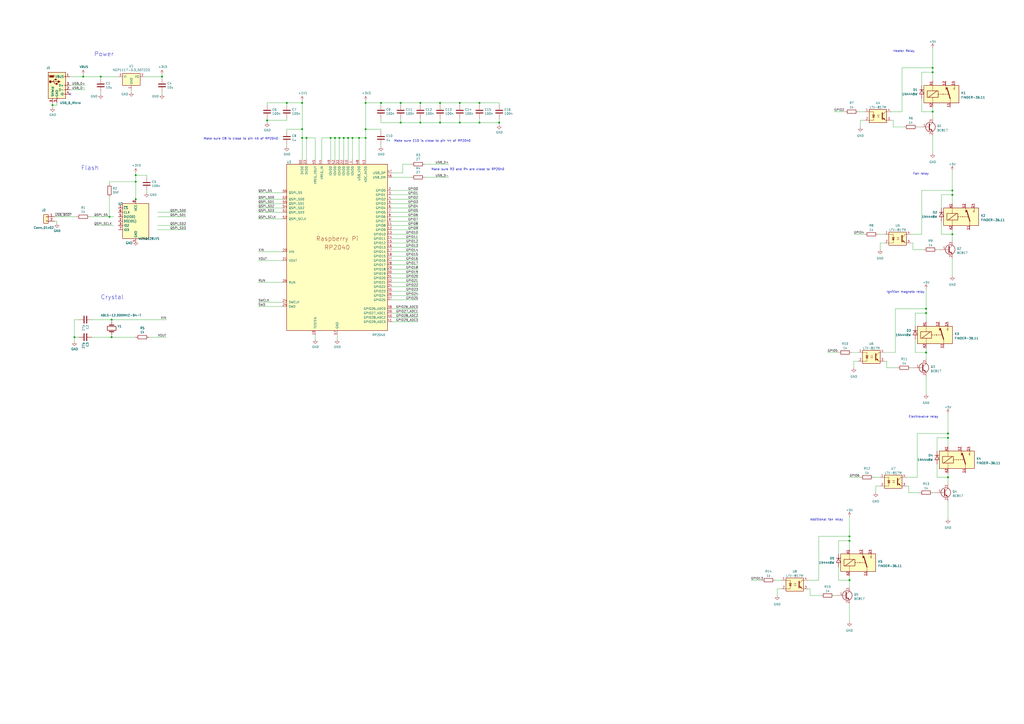
<source format=kicad_sch>
(kicad_sch (version 20230121) (generator eeschema)
  (paper "A2")
  (title_block (title "RP2040_oil_furnace") (date "2023-11-29") (rev "1.0"))
  (lib_symbols
    (symbol "Connector:USB_B_Micro" (pin_names (offset 1.016))
      (property "Reference" "J" (at -5.08 11.43 0))
      (property "Value" "USB_B_Micro" (at -5.08 8.89 0))
      (symbol "USB_B_Micro_1_1"
        (pin power_out line (at 7.62 5.08 180) (length 2.54) (name "VBUS") (number "1"))
        (pin bidirectional line (at 7.62 -2.54 180) (length 2.54) (name "D-") (number "2"))
        (pin bidirectional line (at 7.62 0 180) (length 2.54) (name "D+") (number "3"))
        (pin passive line (at 7.62 -5.08 180) (length 2.54) (name "ID") (number "4"))
        (pin power_out line (at 0 -10.16 90) (length 2.54) (name "GND") (number "5"))
        (pin passive line (at -2.54 -10.16 90) (length 2.54) (name "Shield") (number "6"))
      )
    )
    (symbol "Connector_Generic:Conn_01x02" (pin_names (offset 1.016) hide)
      (property "Reference" "J" (at 0 2.54 0))
      (property "Value" "Conn_01x02" (at 0 -5.08 0))
      (symbol "Conn_01x02_1_1"
        (pin passive line (at -5.08 0 0) (length 3.81) (name "Pin_1") (number "1"))
        (pin passive line (at -5.08 -2.54 0) (length 3.81) (name "Pin_2") (number "2"))
      )
    )
    (symbol "Device:C" (pin_numbers hide) (pin_names (offset 0.254))
      (property "Reference" "C" (at 0.635 2.54 0))
      (property "Value" "C" (at 0.635 -2.54 0))
      (symbol "C_1_1"
        (pin passive line (at 0 3.81 270) (length 2.794) (name "~") (number "1"))
        (pin passive line (at 0 -3.81 90) (length 2.794) (name "~") (number "2"))
      )
    )
    (symbol "Device:Crystal" (pin_numbers hide) (pin_names (offset 1.016) hide)
      (property "Reference" "Y" (at 0 3.81 0))
      (property "Value" "Crystal" (at 0 -3.81 0))
      (symbol "Crystal_1_1"
        (pin passive line (at -3.81 0 0) (length 1.27) (name "1") (number "1"))
        (pin passive line (at 3.81 0 180) (length 1.27) (name "2") (number "2"))
      )
    )
    (symbol "Device:R" (pin_numbers hide) (pin_names (offset 0))
      (property "Reference" "R" (at 2.032 0 90))
      (property "Value" "R" (at 0 0 90))
      (symbol "R_1_1"
        (pin passive line (at 0 3.81 270) (length 1.27) (name "~") (number "1"))
        (pin passive line (at 0 -3.81 90) (length 1.27) (name "~") (number "2"))
      )
    )
    (symbol "Diode:1N4448W" (pin_numbers hide) (pin_names hide)
      (property "Reference" "D" (at 0 2.54 0))
      (property "Value" "1N4448W" (at 0 -2.54 0))
      (symbol "1N4448W_1_1"
        (pin passive line (at -3.81 0 0) (length 2.54) (name "K") (number "1"))
        (pin passive line (at 3.81 0 180) (length 2.54) (name "A") (number "2"))
      )
    )
    (symbol "Isolator:LTV-817M" (pin_names (offset 1.016))
      (property "Reference" "U" (at -3.81 5.08 0))
      (property "Value" "LTV-817M" (at 0 -5.08 0))
      (symbol "LTV-817M_1_1"
        (pin passive line (at -7.62 2.54 0) (length 2.54) (name "~") (number "1"))
        (pin passive line (at -7.62 -2.54 0) (length 2.54) (name "~") (number "2"))
        (pin passive line (at 7.62 -2.54 180) (length 2.54) (name "~") (number "3"))
        (pin passive line (at 7.62 2.54 180) (length 2.54) (name "~") (number "4"))
      )
    )
    (symbol "MCU_RaspberryPi_RP2040:RP2040" (pin_names (offset 1.016))
      (property "Reference" "U" (at -29.21 49.53 0))
      (property "Value" "RP2040" (at 24.13 -49.53 0))
      (symbol "RP2040_0_0"
        (text "Raspberry Pi" (at 0 5.08 0) (effects (font (size 2.54 2.54))))
        (text "RP2040" (at 0 0 0) (effects (font (size 2.54 2.54))))
      )
      (symbol "RP2040_1_1"
        (pin power_in line (at 8.89 50.8 270) (length 2.54) (name "IOVDD") (number "1"))
        (pin power_in line (at 6.35 50.8 270) (length 2.54) (name "IOVDD") (number "10"))
        (pin bidirectional line (at 31.75 12.7 180) (length 2.54) (name "GPIO8") (number "11"))
        (pin bidirectional line (at 31.75 10.16 180) (length 2.54) (name "GPIO9") (number "12"))
        (pin bidirectional line (at 31.75 7.62 180) (length 2.54) (name "GPIO10") (number "13"))
        (pin bidirectional line (at 31.75 5.08 180) (length 2.54) (name "GPIO11") (number "14"))
        (pin bidirectional line (at 31.75 2.54 180) (length 2.54) (name "GPIO12") (number "15"))
        (pin bidirectional line (at 31.75 0 180) (length 2.54) (name "GPIO13") (number "16"))
        (pin bidirectional line (at 31.75 -2.54 180) (length 2.54) (name "GPIO14") (number "17"))
        (pin bidirectional line (at 31.75 -5.08 180) (length 2.54) (name "GPIO15") (number "18"))
        (pin passive line (at -12.7 -50.8 90) (length 2.54) (name "TESTEN") (number "19"))
        (pin bidirectional line (at 31.75 33.02 180) (length 2.54) (name "GPIO0") (number "2"))
        (pin input line (at -31.75 -2.54 0) (length 2.54) (name "XIN") (number "20"))
        (pin passive line (at -31.75 -7.62 0) (length 2.54) (name "XOUT") (number "21"))
        (pin power_in line (at 3.81 50.8 270) (length 2.54) (name "IOVDD") (number "22"))
        (pin power_in line (at -17.78 50.8 270) (length 2.54) (name "DVDD") (number "23"))
        (pin output line (at -31.75 -31.75 0) (length 2.54) (name "SWCLK") (number "24"))
        (pin bidirectional line (at -31.75 -34.29 0) (length 2.54) (name "SWD") (number "25"))
        (pin input line (at -31.75 -20.32 0) (length 2.54) (name "RUN") (number "26"))
        (pin bidirectional line (at 31.75 -7.62 180) (length 2.54) (name "GPIO16") (number "27"))
        (pin bidirectional line (at 31.75 -10.16 180) (length 2.54) (name "GPIO17") (number "28"))
        (pin bidirectional line (at 31.75 -12.7 180) (length 2.54) (name "GPIO18") (number "29"))
        (pin bidirectional line (at 31.75 30.48 180) (length 2.54) (name "GPIO1") (number "3"))
        (pin bidirectional line (at 31.75 -15.24 180) (length 2.54) (name "GPIO19") (number "30"))
        (pin bidirectional line (at 31.75 -17.78 180) (length 2.54) (name "GPIO20") (number "31"))
        (pin bidirectional line (at 31.75 -20.32 180) (length 2.54) (name "GPIO21") (number "32"))
        (pin power_in line (at 1.27 50.8 270) (length 2.54) (name "IOVDD") (number "33"))
        (pin bidirectional line (at 31.75 -22.86 180) (length 2.54) (name "GPIO22") (number "34"))
        (pin bidirectional line (at 31.75 -25.4 180) (length 2.54) (name "GPIO23") (number "35"))
        (pin bidirectional line (at 31.75 -27.94 180) (length 2.54) (name "GPIO24") (number "36"))
        (pin bidirectional line (at 31.75 -30.48 180) (length 2.54) (name "GPIO25") (number "37"))
        (pin bidirectional line (at 31.75 -35.56 180) (length 2.54) (name "GPIO26_ADC0") (number "38"))
        (pin bidirectional line (at 31.75 -38.1 180) (length 2.54) (name "GPIO27_ADC1") (number "39"))
        (pin bidirectional line (at 31.75 27.94 180) (length 2.54) (name "GPIO2") (number "4"))
        (pin bidirectional line (at 31.75 -40.64 180) (length 2.54) (name "GPIO28_ADC2") (number "40"))
        (pin bidirectional line (at 31.75 -43.18 180) (length 2.54) (name "GPIO29_ADC3") (number "41"))
        (pin power_in line (at -1.27 50.8 270) (length 2.54) (name "IOVDD") (number "42"))
        (pin power_in line (at 16.51 50.8 270) (length 2.54) (name "ADC_AVDD") (number "43"))
        (pin power_in line (at -8.89 50.8 270) (length 2.54) (name "VREG_IN") (number "44"))
        (pin power_out line (at -12.7 50.8 270) (length 2.54) (name "VREG_VOUT") (number "45"))
        (pin bidirectional line (at 31.75 40.64 180) (length 2.54) (name "USB_DM") (number "46"))
        (pin bidirectional line (at 31.75 43.18 180) (length 2.54) (name "USB_DP") (number "47"))
        (pin power_in line (at 12.7 50.8 270) (length 2.54) (name "USB_VDD") (number "48"))
        (pin power_in line (at -3.81 50.8 270) (length 2.54) (name "IOVDD") (number "49"))
        (pin bidirectional line (at 31.75 25.4 180) (length 2.54) (name "GPIO3") (number "5"))
        (pin power_in line (at -20.32 50.8 270) (length 2.54) (name "DVDD") (number "50"))
        (pin bidirectional line (at -31.75 20.32 0) (length 2.54) (name "QSPI_SD3") (number "51"))
        (pin output line (at -31.75 16.51 0) (length 2.54) (name "QSPI_SCLK") (number "52"))
        (pin bidirectional line (at -31.75 27.94 0) (length 2.54) (name "QSPI_SD0") (number "53"))
        (pin bidirectional line (at -31.75 22.86 0) (length 2.54) (name "QSPI_SD2") (number "54"))
        (pin bidirectional line (at -31.75 25.4 0) (length 2.54) (name "QSPI_SD1") (number "55"))
        (pin bidirectional line (at -31.75 31.75 0) (length 2.54) (name "QSPI_SS") (number "56"))
        (pin power_in line (at 0 -50.8 90) (length 2.54) (name "GND") (number "57"))
        (pin bidirectional line (at 31.75 22.86 180) (length 2.54) (name "GPIO4") (number "6"))
        (pin bidirectional line (at 31.75 20.32 180) (length 2.54) (name "GPIO5") (number "7"))
        (pin bidirectional line (at 31.75 17.78 180) (length 2.54) (name "GPIO6") (number "8"))
        (pin bidirectional line (at 31.75 15.24 180) (length 2.54) (name "GPIO7") (number "9"))
      )
    )
    (symbol "Memory_Flash:W25Q128JVS"
      (property "Reference" "U" (at -8.89 8.89 0))
      (property "Value" "W25Q128JVS" (at 7.62 8.89 0))
      (symbol "W25Q128JVS_1_1"
        (pin input line (at -10.16 7.62 0) (length 2.54) (name "~{CS}") (number "1"))
        (pin bidirectional line (at -10.16 0 0) (length 2.54) (name "DO(IO1)") (number "2"))
        (pin bidirectional line (at -10.16 -2.54 0) (length 2.54) (name "IO2") (number "3"))
        (pin power_in line (at 0 -12.7 90) (length 2.54) (name "GND") (number "4"))
        (pin bidirectional line (at -10.16 2.54 0) (length 2.54) (name "DI(IO0)") (number "5"))
        (pin input line (at -10.16 5.08 0) (length 2.54) (name "CLK") (number "6"))
        (pin bidirectional line (at -10.16 -5.08 0) (length 2.54) (name "IO3") (number "7"))
        (pin power_in line (at 0 12.7 270) (length 2.54) (name "VCC") (number "8"))
      )
    )
    (symbol "Regulator_Linear:NCP1117-3.3_SOT223"
      (property "Reference" "U" (at -3.81 3.175 0))
      (property "Value" "NCP1117-3.3_SOT223" (at 0 3.175 0))
      (symbol "NCP1117-3.3_SOT223_1_1"
        (pin power_in line (at 0 -7.62 90) (length 2.54) (name "GND") (number "1"))
        (pin power_out line (at 7.62 0 180) (length 2.54) (name "VO") (number "2"))
        (pin power_in line (at -7.62 0 0) (length 2.54) (name "VI") (number "3"))
      )
    )
    (symbol "Relay:FINDER-36.11"
      (property "Reference" "K" (at 11.43 3.81 0))
      (property "Value" "FINDER-36.11" (at 11.43 1.27 0))
      (symbol "FINDER-36.11_1_1"
        (pin passive line (at 5.08 -7.62 90) (length 2.54) (name "~") (number "11"))
        (pin passive line (at 2.54 7.62 270) (length 2.54) (name "~") (number "12"))
        (pin passive line (at 7.62 7.62 270) (length 2.54) (name "~") (number "14"))
        (pin passive line (at -5.08 7.62 270) (length 2.54) (name "~") (number "A1"))
        (pin passive line (at -5.08 -7.62 90) (length 2.54) (name "~") (number "A2"))
      )
    )
    (symbol "Transistor_BJT:BC817" (pin_names (offset 0) hide)
      (property "Reference" "Q" (at 5.08 1.905 0))
      (property "Value" "BC817" (at 5.08 0 0))
      (symbol "BC817_1_1"
        (pin input line (at -5.08 0 0) (length 5.715) (name "B") (number "1"))
        (pin passive line (at 2.54 -5.08 90) (length 2.54) (name "E") (number "2"))
        (pin passive line (at 2.54 5.08 270) (length 2.54) (name "C") (number "3"))
      )
    )
    (symbol "power:+1V1" (power) (pin_names (offset 0))
      (property "Value" "+1V1" (at 0 3.556 0))
      (symbol "+1V1_1_1"
        (pin power_in line (at 0 0 90) (length 0) hide (name "+1V1") (number "1"))
      )
    )
    (symbol "power:+3V3" (power) (pin_names (offset 0))
      (property "Value" "+3V3" (at 0 3.556 0))
      (symbol "+3V3_1_1"
        (pin power_in line (at 0 0 90) (length 0) hide (name "+3V3") (number "1"))
      )
    )
    (symbol "power:+5V" (power) (pin_names (offset 0))
      (property "Value" "+5V" (at 0 3.556 0))
      (symbol "+5V_1_1"
        (pin power_in line (at 0 0 90) (length 0) hide (name "+5V") (number "1"))
      )
    )
    (symbol "power:GND" (power) (pin_names (offset 0))
      (property "Value" "GND" (at 0 -3.81 0))
      (symbol "GND_1_1"
        (pin power_in line (at 0 0 270) (length 0) hide (name "GND") (number "1"))
      )
    )
    (symbol "power:VBUS" (power) (pin_names (offset 0))
      (property "Value" "VBUS" (at 0 3.81 0))
      (symbol "VBUS_1_1"
        (pin power_in line (at 0 0 90) (length 0) hide (name "VBUS") (number "1"))
      )
    )
  )
  (junction (at 78.74 115.57))
  (junction (at 191.77 80.01))
  (junction (at 175.26 74.93))
  (junction (at 549.91 254))
  (junction (at 552.45 113.03))
  (junction (at 64.77 195.58))
  (junction (at 58.42 44.45))
  (junction (at 175.26 80.01))
  (junction (at 199.39 80.01))
  (junction (at 212.09 59.69))
  (junction (at 204.47 80.01))
  (junction (at 243.84 71.12))
  (junction (at 78.74 105.41))
  (junction (at 64.77 185.42))
  (junction (at 537.21 179.07))
  (junction (at 549.91 251.46))
  (junction (at 194.31 80.01))
  (junction (at 289.56 71.12))
  (junction (at 232.41 71.12))
  (junction (at 177.8 80.01))
  (junction (at 255.27 71.12))
  (junction (at 175.26 59.69))
  (junction (at 255.27 59.69))
  (junction (at 166.37 59.69))
  (junction (at 492.76 336.55))
  (junction (at 278.13 59.69))
  (junction (at 201.93 80.01))
  (junction (at 541.02 41.91))
  (junction (at 552.45 135.89))
  (junction (at 196.85 80.01))
  (junction (at 541.02 64.77))
  (junction (at 208.28 80.01))
  (junction (at 492.76 313.69))
  (junction (at 48.26 44.45))
  (junction (at 537.21 204.47))
  (junction (at 232.41 59.69))
  (junction (at 212.09 80.01))
  (junction (at 154.94 69.85))
  (junction (at 278.13 71.12))
  (junction (at 212.09 74.93))
  (junction (at 492.76 311.15))
  (junction (at 266.7 71.12))
  (junction (at 93.98 44.45))
  (junction (at 541.02 39.37))
  (junction (at 78.74 101.6))
  (junction (at 549.91 276.86))
  (junction (at 43.18 195.58))
  (junction (at 63.5 125.73))
  (junction (at 552.45 110.49))
  (junction (at 243.84 59.69))
  (junction (at 537.21 181.61))
  (junction (at 220.98 59.69))
  (junction (at 266.7 59.69))
  (junction (at 30.48 60.96))
  (no_connect (at 40.64 54.61))
  (wire (pts (xy 93.98 53.34) (xy 93.98 54.61)))
  (wire (pts (xy 163.83 163.83) (xy 149.86 163.83)))
  (wire (pts (xy 532.13 276.86) (xy 532.13 251.46)))
  (wire (pts (xy 175.26 74.93) (xy 175.26 80.01)))
  (wire (pts (xy 227.33 156.21) (xy 242.57 156.21)))
  (wire (pts (xy 499.11 69.85) (xy 501.65 69.85)))
  (wire (pts (xy 227.33 120.65) (xy 242.57 120.65)))
  (wire (pts (xy 543.56 261.62) (xy 543.56 254)))
  (wire (pts (xy 495.3 209.55) (xy 495.3 213.36)))
  (wire (pts (xy 182.88 80.01) (xy 177.8 80.01)))
  (wire (pts (xy 514.35 209.55) (xy 513.08 209.55)))
  (wire (pts (xy 450.85 341.63) (xy 453.39 341.63)))
  (wire (pts (xy 278.13 59.69) (xy 289.56 59.69)))
  (wire (pts (xy 541.02 41.91) (xy 541.02 46.99)))
  (wire (pts (xy 541.02 62.23) (xy 541.02 64.77)))
  (wire (pts (xy 182.88 92.71) (xy 182.88 80.01)))
  (wire (pts (xy 546.1 135.89) (xy 552.45 135.89)))
  (wire (pts (xy 528.32 135.89) (xy 534.67 135.89)))
  (wire (pts (xy 33.02 60.96) (xy 30.48 60.96)))
  (wire (pts (xy 78.74 115.57) (xy 78.74 118.11)))
  (wire (pts (xy 246.38 95.25) (xy 260.35 95.25)))
  (wire (pts (xy 227.33 151.13) (xy 242.57 151.13)))
  (wire (pts (xy 227.33 125.73) (xy 242.57 125.73)))
  (wire (pts (xy 537.21 201.93) (xy 537.21 204.47)))
  (wire (pts (xy 469.9 345.44) (xy 469.9 341.63)))
  (wire (pts (xy 546.1 128.27) (xy 546.1 135.89)))
  (wire (pts (xy 549.91 240.03) (xy 549.91 251.46)))
  (wire (pts (xy 30.48 60.96) (xy 30.48 62.23)))
  (wire (pts (xy 212.09 80.01) (xy 212.09 92.71)))
  (wire (pts (xy 227.33 110.49) (xy 242.57 110.49)))
  (wire (pts (xy 30.48 59.69) (xy 30.48 60.96)))
  (wire (pts (xy 93.98 45.72) (xy 93.98 44.45)))
  (wire (pts (xy 527.05 281.94) (xy 525.78 281.94)))
  (wire (pts (xy 510.54 140.97) (xy 513.08 140.97)))
  (wire (pts (xy 266.7 59.69) (xy 278.13 59.69)))
  (wire (pts (xy 537.21 204.47) (xy 537.21 208.28)))
  (wire (pts (xy 220.98 59.69) (xy 232.41 59.69)))
  (wire (pts (xy 154.94 69.85) (xy 154.94 71.12)))
  (wire (pts (xy 227.33 148.59) (xy 242.57 148.59)))
  (wire (pts (xy 474.98 311.15) (xy 492.76 311.15)))
  (wire (pts (xy 525.78 276.86) (xy 532.13 276.86)))
  (wire (pts (xy 208.28 92.71) (xy 208.28 80.01)))
  (wire (pts (xy 546.1 120.65) (xy 546.1 113.03)))
  (wire (pts (xy 220.98 83.82) (xy 220.98 85.09)))
  (wire (pts (xy 64.77 186.69) (xy 64.77 185.42)))
  (wire (pts (xy 532.13 73.66) (xy 533.4 73.66)))
  (wire (pts (xy 524.51 73.66) (xy 518.16 73.66)))
  (wire (pts (xy 483.87 64.77) (xy 490.22 64.77)))
  (wire (pts (xy 227.33 179.07) (xy 242.57 179.07)))
  (wire (pts (xy 246.38 102.87) (xy 260.35 102.87)))
  (wire (pts (xy 289.56 68.58) (xy 289.56 71.12)))
  (wire (pts (xy 227.33 128.27) (xy 242.57 128.27)))
  (wire (pts (xy 194.31 92.71) (xy 194.31 80.01)))
  (wire (pts (xy 278.13 68.58) (xy 278.13 71.12)))
  (wire (pts (xy 278.13 71.12) (xy 266.7 71.12)))
  (wire (pts (xy 255.27 71.12) (xy 243.84 71.12)))
  (wire (pts (xy 541.02 39.37) (xy 541.02 41.91)))
  (wire (pts (xy 227.33 163.83) (xy 242.57 163.83)))
  (wire (pts (xy 227.33 113.03) (xy 242.57 113.03)))
  (wire (pts (xy 85.09 110.49) (xy 85.09 111.76)))
  (wire (pts (xy 243.84 60.96) (xy 243.84 59.69)))
  (wire (pts (xy 196.85 80.01) (xy 199.39 80.01)))
  (wire (pts (xy 154.94 69.85) (xy 166.37 69.85)))
  (wire (pts (xy 149.86 120.65) (xy 163.83 120.65)))
  (wire (pts (xy 166.37 83.82) (xy 166.37 85.09)))
  (wire (pts (xy 476.25 345.44) (xy 469.9 345.44)))
  (wire (pts (xy 532.13 251.46) (xy 549.91 251.46)))
  (wire (pts (xy 63.5 114.3) (xy 63.5 125.73)))
  (wire (pts (xy 78.74 105.41) (xy 78.74 115.57)))
  (wire (pts (xy 530.86 181.61) (xy 537.21 181.61)))
  (wire (pts (xy 534.67 49.53) (xy 534.67 41.91)))
  (wire (pts (xy 530.86 189.23) (xy 530.86 181.61)))
  (wire (pts (xy 468.63 336.55) (xy 474.98 336.55)))
  (wire (pts (xy 227.33 140.97) (xy 242.57 140.97)))
  (wire (pts (xy 43.18 185.42) (xy 43.18 195.58)))
  (wire (pts (xy 233.68 95.25) (xy 233.68 100.33)))
  (wire (pts (xy 212.09 59.69) (xy 220.98 59.69)))
  (wire (pts (xy 227.33 118.11) (xy 242.57 118.11)))
  (wire (pts (xy 227.33 171.45) (xy 242.57 171.45)))
  (wire (pts (xy 474.98 336.55) (xy 474.98 311.15)))
  (wire (pts (xy 227.33 158.75) (xy 242.57 158.75)))
  (wire (pts (xy 533.4 285.75) (xy 527.05 285.75)))
  (wire (pts (xy 435.61 336.55) (xy 441.96 336.55)))
  (wire (pts (xy 163.83 175.26) (xy 149.86 175.26)))
  (wire (pts (xy 278.13 60.96) (xy 278.13 59.69)))
  (wire (pts (xy 48.26 44.45) (xy 58.42 44.45)))
  (wire (pts (xy 552.45 113.03) (xy 552.45 118.11)))
  (wire (pts (xy 227.33 168.91) (xy 242.57 168.91)))
  (wire (pts (xy 227.33 143.51) (xy 242.57 143.51)))
  (wire (pts (xy 68.58 44.45) (xy 58.42 44.45)))
  (wire (pts (xy 227.33 133.35) (xy 242.57 133.35)))
  (wire (pts (xy 227.33 153.67) (xy 242.57 153.67)))
  (wire (pts (xy 93.98 44.45) (xy 93.98 43.18)))
  (wire (pts (xy 186.69 92.71) (xy 186.69 80.01)))
  (wire (pts (xy 227.33 130.81) (xy 242.57 130.81)))
  (wire (pts (xy 499.11 69.85) (xy 499.11 73.66)))
  (wire (pts (xy 227.33 173.99) (xy 242.57 173.99)))
  (wire (pts (xy 163.83 177.8) (xy 149.86 177.8)))
  (wire (pts (xy 195.58 194.31) (xy 195.58 196.85)))
  (wire (pts (xy 543.56 276.86) (xy 549.91 276.86)))
  (wire (pts (xy 53.34 195.58) (xy 64.77 195.58)))
  (wire (pts (xy 166.37 76.2) (xy 166.37 74.93)))
  (wire (pts (xy 492.76 276.86) (xy 499.11 276.86)))
  (wire (pts (xy 196.85 92.71) (xy 196.85 80.01)))
  (wire (pts (xy 514.35 213.36) (xy 514.35 209.55)))
  (wire (pts (xy 63.5 105.41) (xy 78.74 105.41)))
  (wire (pts (xy 166.37 59.69) (xy 175.26 59.69)))
  (wire (pts (xy 516.89 64.77) (xy 523.24 64.77)))
  (wire (pts (xy 255.27 60.96) (xy 255.27 59.69)))
  (wire (pts (xy 45.72 195.58) (xy 43.18 195.58)))
  (wire (pts (xy 243.84 68.58) (xy 243.84 71.12)))
  (wire (pts (xy 64.77 194.31) (xy 64.77 195.58)))
  (wire (pts (xy 497.84 64.77) (xy 501.65 64.77)))
  (wire (pts (xy 486.41 328.93) (xy 486.41 336.55)))
  (wire (pts (xy 289.56 60.96) (xy 289.56 59.69)))
  (wire (pts (xy 537.21 179.07) (xy 537.21 181.61)))
  (wire (pts (xy 266.7 68.58) (xy 266.7 71.12)))
  (wire (pts (xy 519.43 204.47) (xy 519.43 179.07)))
  (wire (pts (xy 220.98 68.58) (xy 220.98 71.12)))
  (wire (pts (xy 549.91 290.83) (xy 549.91 300.99)))
  (wire (pts (xy 163.83 127) (xy 149.86 127)))
  (wire (pts (xy 549.91 274.32) (xy 549.91 276.86)))
  (wire (pts (xy 534.67 110.49) (xy 552.45 110.49)))
  (wire (pts (xy 535.94 144.78) (xy 529.59 144.78)))
  (wire (pts (xy 45.72 185.42) (xy 43.18 185.42)))
  (wire (pts (xy 177.8 92.71) (xy 177.8 80.01)))
  (wire (pts (xy 91.44 133.35) (xy 107.95 133.35)))
  (wire (pts (xy 255.27 68.58) (xy 255.27 71.12)))
  (wire (pts (xy 201.93 92.71) (xy 201.93 80.01)))
  (wire (pts (xy 227.33 123.19) (xy 242.57 123.19)))
  (wire (pts (xy 528.32 213.36) (xy 529.59 213.36)))
  (wire (pts (xy 523.24 64.77) (xy 523.24 39.37)))
  (wire (pts (xy 552.45 149.86) (xy 552.45 160.02)))
  (wire (pts (xy 227.33 100.33) (xy 233.68 100.33)))
  (wire (pts (xy 212.09 74.93) (xy 220.98 74.93)))
  (wire (pts (xy 543.56 269.24) (xy 543.56 276.86)))
  (wire (pts (xy 208.28 80.01) (xy 212.09 80.01)))
  (wire (pts (xy 233.68 95.25) (xy 238.76 95.25)))
  (wire (pts (xy 54.61 130.81) (xy 66.04 130.81)))
  (wire (pts (xy 541.02 64.77) (xy 541.02 68.58)))
  (wire (pts (xy 543.56 254) (xy 549.91 254)))
  (wire (pts (xy 175.26 80.01) (xy 175.26 92.71)))
  (wire (pts (xy 91.44 130.81) (xy 107.95 130.81)))
  (wire (pts (xy 469.9 341.63) (xy 468.63 341.63)))
  (wire (pts (xy 227.33 138.43) (xy 242.57 138.43)))
  (wire (pts (xy 537.21 181.61) (xy 537.21 186.69)))
  (wire (pts (xy 227.33 181.61) (xy 242.57 181.61)))
  (wire (pts (xy 78.74 100.33) (xy 78.74 101.6)))
  (wire (pts (xy 83.82 44.45) (xy 93.98 44.45)))
  (wire (pts (xy 182.88 194.31) (xy 182.88 196.85)))
  (wire (pts (xy 63.5 125.73) (xy 66.04 125.73)))
  (wire (pts (xy 149.86 118.11) (xy 163.83 118.11)))
  (wire (pts (xy 519.43 179.07) (xy 537.21 179.07)))
  (wire (pts (xy 541.02 78.74) (xy 541.02 88.9)))
  (wire (pts (xy 534.67 41.91) (xy 541.02 41.91)))
  (wire (pts (xy 64.77 195.58) (xy 78.74 195.58)))
  (wire (pts (xy 44.45 125.73) (xy 31.75 125.73)))
  (wire (pts (xy 212.09 74.93) (xy 212.09 80.01)))
  (wire (pts (xy 492.76 313.69) (xy 492.76 318.77)))
  (wire (pts (xy 278.13 71.12) (xy 289.56 71.12)))
  (wire (pts (xy 199.39 80.01) (xy 201.93 80.01)))
  (wire (pts (xy 91.44 123.19) (xy 107.95 123.19)))
  (wire (pts (xy 492.76 334.01) (xy 492.76 336.55)))
  (wire (pts (xy 149.86 115.57) (xy 163.83 115.57)))
  (wire (pts (xy 232.41 68.58) (xy 232.41 71.12)))
  (wire (pts (xy 186.69 80.01) (xy 191.77 80.01)))
  (wire (pts (xy 266.7 60.96) (xy 266.7 59.69)))
  (wire (pts (xy 537.21 218.44) (xy 537.21 228.6)))
  (wire (pts (xy 492.76 299.72) (xy 492.76 311.15)))
  (wire (pts (xy 154.94 59.69) (xy 166.37 59.69)))
  (wire (pts (xy 492.76 311.15) (xy 492.76 313.69)))
  (wire (pts (xy 227.33 146.05) (xy 242.57 146.05)))
  (wire (pts (xy 243.84 71.12) (xy 232.41 71.12)))
  (wire (pts (xy 43.18 195.58) (xy 43.18 198.12)))
  (wire (pts (xy 546.1 113.03) (xy 552.45 113.03)))
  (wire (pts (xy 534.67 64.77) (xy 541.02 64.77)))
  (wire (pts (xy 177.8 80.01) (xy 175.26 80.01)))
  (wire (pts (xy 227.33 161.29) (xy 242.57 161.29)))
  (wire (pts (xy 534.67 135.89) (xy 534.67 110.49)))
  (wire (pts (xy 78.74 138.43) (xy 78.74 139.7)))
  (wire (pts (xy 58.42 53.34) (xy 58.42 54.61)))
  (wire (pts (xy 33.02 128.27) (xy 33.02 129.54)))
  (wire (pts (xy 220.98 60.96) (xy 220.98 59.69)))
  (wire (pts (xy 149.86 146.05) (xy 163.83 146.05)))
  (wire (pts (xy 549.91 251.46) (xy 549.91 254)))
  (wire (pts (xy 204.47 80.01) (xy 208.28 80.01)))
  (wire (pts (xy 154.94 68.58) (xy 154.94 69.85)))
  (wire (pts (xy 483.87 345.44) (xy 485.14 345.44)))
  (wire (pts (xy 40.64 44.45) (xy 48.26 44.45)))
  (wire (pts (xy 543.56 144.78) (xy 544.83 144.78)))
  (wire (pts (xy 527.05 285.75) (xy 527.05 281.94)))
  (wire (pts (xy 289.56 71.12) (xy 289.56 72.39)))
  (wire (pts (xy 166.37 60.96) (xy 166.37 59.69)))
  (wire (pts (xy 266.7 71.12) (xy 255.27 71.12)))
  (wire (pts (xy 166.37 74.93) (xy 175.26 74.93)))
  (wire (pts (xy 486.41 336.55) (xy 492.76 336.55)))
  (wire (pts (xy 204.47 80.01) (xy 204.47 92.71)))
  (wire (pts (xy 78.74 101.6) (xy 78.74 105.41)))
  (wire (pts (xy 149.86 123.19) (xy 163.83 123.19)))
  (wire (pts (xy 510.54 140.97) (xy 510.54 144.78)))
  (wire (pts (xy 175.26 58.42) (xy 175.26 59.69)))
  (wire (pts (xy 232.41 59.69) (xy 243.84 59.69)))
  (wire (pts (xy 492.76 336.55) (xy 492.76 340.36)))
  (wire (pts (xy 40.64 52.07) (xy 49.53 52.07)))
  (wire (pts (xy 175.26 59.69) (xy 175.26 74.93)))
  (wire (pts (xy 552.45 135.89) (xy 552.45 139.7)))
  (wire (pts (xy 48.26 43.18) (xy 48.26 44.45)))
  (wire (pts (xy 549.91 276.86) (xy 549.91 280.67)))
  (wire (pts (xy 255.27 59.69) (xy 266.7 59.69)))
  (wire (pts (xy 154.94 60.96) (xy 154.94 59.69)))
  (wire (pts (xy 232.41 71.12) (xy 220.98 71.12)))
  (wire (pts (xy 552.45 110.49) (xy 552.45 113.03)))
  (wire (pts (xy 163.83 111.76) (xy 149.86 111.76)))
  (wire (pts (xy 509.27 135.89) (xy 513.08 135.89)))
  (wire (pts (xy 549.91 254) (xy 549.91 259.08)))
  (wire (pts (xy 552.45 99.06) (xy 552.45 110.49)))
  (wire (pts (xy 529.59 140.97) (xy 528.32 140.97)))
  (wire (pts (xy 508 281.94) (xy 508 285.75)))
  (wire (pts (xy 64.77 185.42) (xy 96.52 185.42)))
  (wire (pts (xy 530.86 204.47) (xy 537.21 204.47)))
  (wire (pts (xy 449.58 336.55) (xy 453.39 336.55)))
  (wire (pts (xy 495.3 209.55) (xy 497.84 209.55)))
  (wire (pts (xy 40.64 49.53) (xy 49.53 49.53)))
  (wire (pts (xy 450.85 341.63) (xy 450.85 345.44)))
  (wire (pts (xy 529.59 144.78) (xy 529.59 140.97)))
  (wire (pts (xy 492.76 350.52) (xy 492.76 360.68)))
  (wire (pts (xy 508 281.94) (xy 510.54 281.94)))
  (wire (pts (xy 520.7 213.36) (xy 514.35 213.36)))
  (wire (pts (xy 91.44 125.73) (xy 107.95 125.73)))
  (wire (pts (xy 227.33 166.37) (xy 242.57 166.37)))
  (wire (pts (xy 494.03 204.47) (xy 497.84 204.47)))
  (wire (pts (xy 506.73 276.86) (xy 510.54 276.86)))
  (wire (pts (xy 33.02 59.69) (xy 33.02 60.96)))
  (wire (pts (xy 191.77 80.01) (xy 194.31 80.01)))
  (wire (pts (xy 518.16 69.85) (xy 516.89 69.85)))
  (wire (pts (xy 537.21 167.64) (xy 537.21 179.07)))
  (wire (pts (xy 518.16 73.66) (xy 518.16 69.85)))
  (wire (pts (xy 85.09 101.6) (xy 78.74 101.6)))
  (wire (pts (xy 541.02 27.94) (xy 541.02 39.37)))
  (wire (pts (xy 227.33 115.57) (xy 242.57 115.57)))
  (wire (pts (xy 166.37 69.85) (xy 166.37 68.58)))
  (wire (pts (xy 486.41 321.31) (xy 486.41 313.69)))
  (wire (pts (xy 194.31 80.01) (xy 196.85 80.01)))
  (wire (pts (xy 480.06 204.47) (xy 486.41 204.47)))
  (wire (pts (xy 530.86 196.85) (xy 530.86 204.47)))
  (wire (pts (xy 243.84 59.69) (xy 255.27 59.69)))
  (wire (pts (xy 86.36 195.58) (xy 96.52 195.58)))
  (wire (pts (xy 53.34 185.42) (xy 64.77 185.42)))
  (wire (pts (xy 227.33 135.89) (xy 242.57 135.89)))
  (wire (pts (xy 199.39 92.71) (xy 199.39 80.01)))
  (wire (pts (xy 212.09 59.69) (xy 212.09 74.93)))
  (wire (pts (xy 541.02 285.75) (xy 542.29 285.75)))
  (wire (pts (xy 227.33 102.87) (xy 238.76 102.87)))
  (wire (pts (xy 63.5 106.68) (xy 63.5 105.41)))
  (wire (pts (xy 227.33 186.69) (xy 242.57 186.69)))
  (wire (pts (xy 201.93 80.01) (xy 204.47 80.01)))
  (wire (pts (xy 191.77 92.71) (xy 191.77 80.01)))
  (wire (pts (xy 163.83 151.13) (xy 149.86 151.13)))
  (wire (pts (xy 227.33 184.15) (xy 242.57 184.15)))
  (wire (pts (xy 58.42 45.72) (xy 58.42 44.45)))
  (wire (pts (xy 523.24 39.37) (xy 541.02 39.37)))
  (wire (pts (xy 76.2 52.07) (xy 76.2 53.34)))
  (wire (pts (xy 552.45 133.35) (xy 552.45 135.89)))
  (wire (pts (xy 486.41 313.69) (xy 492.76 313.69)))
  (wire (pts (xy 85.09 102.87) (xy 85.09 101.6)))
  (wire (pts (xy 220.98 76.2) (xy 220.98 74.93)))
  (wire (pts (xy 534.67 57.15) (xy 534.67 64.77)))
  (wire (pts (xy 212.09 58.42) (xy 212.09 59.69)))
  (wire (pts (xy 495.3 135.89) (xy 501.65 135.89)))
  (wire (pts (xy 52.07 125.73) (xy 63.5 125.73)))
  (wire (pts (xy 513.08 204.47) (xy 519.43 204.47)))
  (wire (pts (xy 232.41 60.96) (xy 232.41 59.69)))
  (wire (pts (xy 31.75 128.27) (xy 33.02 128.27)))
  (text "Make sure R3 and R4 are close to RP2040" (at 250.19 99.06 0) (effects (font (size 1.27 1.27)) (justify left bottom)))
  (text "Flash" (at 46.99 99.06 0) (effects (font (size 2.54 2.54)) (justify left bottom)))
  (text "Power" (at 54.61 33.02 0) (effects (font (size 2.54 2.54)) (justify left bottom)))
  (text "Additional fan relay" (at 469.9 302.26 0) (effects (font (size 1.27 1.27)) (justify left bottom)))
  (text "Electrovalve relay" (at 527.05 242.57 0) (effects (font (size 1.27 1.27)) (justify left bottom)))
  (text "Fan relay" (at 529.59 101.6 0) (effects (font (size 1.27 1.27)) (justify left bottom)))
  (text "Crystal" (at 58.42 173.99 0) (effects (font (size 2.54 2.54)) (justify left bottom)))
  (text "Make sure C8 is close to pin 45 of RP2040" (at 118.11 81.28 0) (effects (font (size 1.27 1.27)) (justify left bottom)))
  (text "Make sure C10 is close to pin 44 of RP2040" (at 228.6 82.55 0) (effects (font (size 1.27 1.27)) (justify left bottom)))
  (text "Ignition magneto relay\n" (at 514.35 170.18 0) (effects (font (size 1.27 1.27)) (justify left bottom)))
  (text "Heater Relay" (at 518.16 30.48 0) (effects (font (size 1.27 1.27)) (justify left bottom)))
  (label "GPIO22" (at 242.57 166.37 180))
  (label "QSPI_SS" (at 54.61 125.73 0))
  (label "GPIO13" (at 242.57 143.51 180))
  (label "GPIO6" (at 492.76 276.86 0))
  (label "GPIO29_ADC3" (at 242.57 186.69 180))
  (label "GPIO28_ADC2" (at 242.57 184.15 180))
  (label "XOUT" (at 96.52 195.58 180))
  (label "QSPI_SD3" (at 149.86 123.19 0))
  (label "GPIO17" (at 242.57 153.67 180))
  (label "QSPI_SD0" (at 149.86 115.57 0))
  (label "GPIO16" (at 242.57 151.13 180))
  (label "GPIO20" (at 242.57 161.29 180))
  (label "QSPI_SS" (at 149.86 111.76 0))
  (label "GPIO8" (at 242.57 130.81 180))
  (label "GPIO13" (at 435.61 336.55 0))
  (label "XIN" (at 96.52 185.42 180))
  (label "GPIO19" (at 242.57 158.75 180))
  (label "GPIO21" (at 242.57 163.83 180))
  (label "GPIO2" (at 242.57 115.57 180))
  (label "GPIO5" (at 242.57 123.19 180))
  (label "USB_D-" (at 260.35 102.87 180))
  (label "GPIO3" (at 242.57 118.11 180))
  (label "QSPI_SD2" (at 149.86 120.65 0))
  (label "GPIO15" (at 242.57 148.59 180))
  (label "~{USB_BOOT}" (at 31.75 125.73 0))
  (label "QSPI_SD0" (at 107.95 123.19 180))
  (label "USB_D-" (at 49.53 52.07 180))
  (label "QSPI_SCLK" (at 54.61 130.81 0))
  (label "QSPI_SCLK" (at 149.86 127 0))
  (label "GPIO4" (at 242.57 120.65 180))
  (label "QSPI_SD1" (at 107.95 125.73 180))
  (label "GPIO7" (at 242.57 128.27 180))
  (label "GPIO26_ADC0" (at 242.57 179.07 180))
  (label "GPIO24" (at 242.57 171.45 180))
  (label "GPIO10" (at 242.57 135.89 180))
  (label "GPIO9" (at 242.57 133.35 180))
  (label "GPIO23" (at 242.57 168.91 180))
  (label "XIN" (at 149.86 146.05 0))
  (label "GPIO2" (at 483.87 64.77 0))
  (label "QSPI_SD3" (at 107.95 133.35 180))
  (label "GPIO6" (at 242.57 125.73 180))
  (label "GPIO5" (at 480.06 204.47 0))
  (label "QSPI_SD2" (at 107.95 130.81 180))
  (label "USB_D+" (at 260.35 95.25 180))
  (label "RUN" (at 149.86 163.83 0))
  (label "GPIO14" (at 242.57 146.05 180))
  (label "GPIO12" (at 242.57 140.97 180))
  (label "USB_D+" (at 49.53 49.53 180))
  (label "GPIO4" (at 495.3 135.89 0))
  (label "GPIO27_ADC1" (at 242.57 181.61 180))
  (label "SWCLK" (at 149.86 175.26 0))
  (label "GPIO18" (at 242.57 156.21 180))
  (label "GPIO11" (at 242.57 138.43 180))
  (label "QSPI_SD1" (at 149.86 118.11 0))
  (label "GPIO0" (at 242.57 110.49 180))
  (label "GPIO25" (at 242.57 173.99 180))
  (label "GPIO1" (at 242.57 113.03 180))
  (label "XOUT" (at 149.86 151.13 0))
  (label "SWD" (at 149.86 177.8 0))
  (symbol (lib_id "MCU_RaspberryPi_RP2040:RP2040") (at 195.58 143.51 0) (unit 1)
    (property "Reference" "U3" (at 167.64 93.98 0))
    (property "Value" "RP2040" (at 219.71 194.31 0))
    (property "Footprint" "RP2040_minimal:RP2040-QFN-56" (effects hide))
  )
  (symbol (lib_id "Device:C") (at 49.53 185.42 270) (unit 1)
    (property "Reference" "C2" (at 50.6984 188.341 0) (effects (justify left)))
    (property "Value" "27p" (at 48.387 188.341 0) (effects (justify left)))
    (property "Footprint" "Capacitor_SMD:C_0402_1005Metric" (effects hide))
  )
  (symbol (lib_id "Device:C") (at 49.53 195.58 270) (unit 1)
    (property "Reference" "C3" (at 50.6984 198.501 0) (effects (justify left)))
    (property "Value" "27p" (at 48.387 198.501 0) (effects (justify left)))
    (property "Footprint" "Capacitor_SMD:C_0402_1005Metric" (effects hide))
  )
  (symbol (lib_id "power:GND") (at 43.18 198.12 0) (unit 1)
    (property "Reference" "#PWR06" (effects hide))
    (property "Value" "GND" (at 43.307 202.5142 0))
  )
  (symbol (lib_id "Memory_Flash:W25Q128JVS") (at 78.74 128.27 0) (unit 1)
    (property "Reference" "U2" (at 69.85 118.11 0))
    (property "Value" "W25Q128JVS" (at 86.36 138.43 0))
    (property "Footprint" "Package_SO:SOIC-8_5.23x5.23mm_P1.27mm" (effects hide))
    (property "Datasheet" "http://www.winbond.com/resource-files/w25q128jv_dtr%20revc%2003272018%20plus.pdf" (effects hide))
  )
  (symbol (lib_id "power:+3V3") (at 78.74 100.33 0) (unit 1)
    (property "Reference" "#PWR07" (effects hide))
    (property "Value" "+3V3" (at 79.121 95.9358 0))
  )
  (symbol (lib_id "power:GND") (at 78.74 139.7 0) (unit 1)
    (property "Reference" "#PWR08" (effects hide))
    (property "Value" "GND" (at 74.93 140.97 0))
  )
  (symbol (lib_id "Device:R") (at 63.5 110.49 0) (unit 1)
    (property "Reference" "R2" (at 65.278 109.3216 0) (effects (justify left)))
    (property "Value" "DNF" (at 65.278 111.633 0) (effects (justify left)))
    (property "Footprint" "Capacitor_SMD:C_0402_1005Metric" (effects hide))
  )
  (symbol (lib_id "Device:R") (at 48.26 125.73 270) (unit 1)
    (property "Reference" "R1" (at 48.26 120.4722 90))
    (property "Value" "1k" (at 48.26 122.7836 90))
    (property "Footprint" "Capacitor_SMD:C_0402_1005Metric" (effects hide))
  )
  (symbol (lib_id "Device:C") (at 85.09 106.68 0) (unit 1)
    (property "Reference" "C5" (at 88.011 105.5116 0) (effects (justify left)))
    (property "Value" "100n" (at 88.011 107.823 0) (effects (justify left)))
    (property "Footprint" "Capacitor_SMD:C_0402_1005Metric" (effects hide))
  )
  (symbol (lib_id "power:GND") (at 85.09 111.76 0) (unit 1)
    (property "Reference" "#PWR011" (effects hide))
    (property "Value" "GND" (at 88.9 113.03 0))
  )
  (symbol (lib_id "Connector:USB_B_Micro") (at 33.02 49.53 0) (unit 1)
    (property "Reference" "J1" (at 29.21 39.37 0) (effects (justify right)))
    (property "Value" "USB_B_Micro" (at 46.99 59.69 0) (effects (justify right)))
    (property "Footprint" "RP2040_minimal:USB_Micro-B_Amphenol_10103594-0001LF_Horizontal_modified" (effects hide))
  )
  (symbol (lib_id "power:GND") (at 195.58 196.85 0) (unit 1)
    (property "Reference" "#PWR016" (effects hide))
    (property "Value" "GND" (at 195.707 201.2442 0))
  )
  (symbol (lib_id "power:GND") (at 182.88 196.85 0) (unit 1)
    (property "Reference" "#PWR015" (effects hide))
    (property "Value" "GND" (at 183.007 201.2442 0))
  )
  (symbol (lib_id "Device:R") (at 242.57 95.25 270) (unit 1)
    (property "Reference" "R3" (at 242.57 89.9922 90))
    (property "Value" "27" (at 242.57 92.3036 90))
    (property "Footprint" "Capacitor_SMD:C_0402_1005Metric" (effects hide))
  )
  (symbol (lib_id "Device:R") (at 242.57 102.87 270) (unit 1)
    (property "Reference" "R4" (at 242.57 97.6122 90))
    (property "Value" "27" (at 242.57 99.9236 90))
    (property "Footprint" "Capacitor_SMD:C_0402_1005Metric" (effects hide))
  )
  (symbol (lib_id "power:GND") (at 30.48 62.23 0) (unit 1)
    (property "Reference" "#PWR01" (effects hide))
    (property "Value" "GND" (at 30.607 66.6242 0))
  )
  (symbol (lib_id "power:+3V3") (at 212.09 58.42 0) (unit 1)
    (property "Reference" "#PWR017" (effects hide))
    (property "Value" "+3V3" (at 212.471 54.0258 0))
  )
  (symbol (lib_id "power:+1V1") (at 175.26 58.42 0) (unit 1)
    (property "Reference" "#PWR014" (effects hide))
    (property "Value" "+1V1" (at 175.641 54.0258 0))
  )
  (symbol (lib_id "Device:C") (at 220.98 64.77 0) (unit 1)
    (property "Reference" "C9" (at 223.901 63.6016 0) (effects (justify left)))
    (property "Value" "100n" (at 223.901 65.913 0) (effects (justify left)))
    (property "Footprint" "Capacitor_SMD:C_0402_1005Metric" (effects hide))
  )
  (symbol (lib_id "Device:C") (at 232.41 64.77 0) (unit 1)
    (property "Reference" "C11" (at 235.331 63.6016 0) (effects (justify left)))
    (property "Value" "100n" (at 235.331 65.913 0) (effects (justify left)))
    (property "Footprint" "Capacitor_SMD:C_0402_1005Metric" (effects hide))
  )
  (symbol (lib_id "Device:C") (at 243.84 64.77 0) (unit 1)
    (property "Reference" "C12" (at 246.761 63.6016 0) (effects (justify left)))
    (property "Value" "100n" (at 246.761 65.913 0) (effects (justify left)))
    (property "Footprint" "Capacitor_SMD:C_0402_1005Metric" (effects hide))
  )
  (symbol (lib_id "Device:C") (at 255.27 64.77 0) (unit 1)
    (property "Reference" "C13" (at 258.191 63.6016 0) (effects (justify left)))
    (property "Value" "100n" (at 258.191 65.913 0) (effects (justify left)))
    (property "Footprint" "Capacitor_SMD:C_0402_1005Metric" (effects hide))
  )
  (symbol (lib_id "Device:C") (at 266.7 64.77 0) (unit 1)
    (property "Reference" "C14" (at 269.621 63.6016 0) (effects (justify left)))
    (property "Value" "100n" (at 269.621 65.913 0) (effects (justify left)))
    (property "Footprint" "Capacitor_SMD:C_0402_1005Metric" (effects hide))
  )
  (symbol (lib_id "Device:C") (at 278.13 64.77 0) (unit 1)
    (property "Reference" "C15" (at 281.051 63.6016 0) (effects (justify left)))
    (property "Value" "100n" (at 281.051 65.913 0) (effects (justify left)))
    (property "Footprint" "Capacitor_SMD:C_0402_1005Metric" (effects hide))
  )
  (symbol (lib_id "Device:C") (at 289.56 64.77 0) (unit 1)
    (property "Reference" "C16" (at 292.481 63.6016 0) (effects (justify left)))
    (property "Value" "100n" (at 292.481 65.913 0) (effects (justify left)))
    (property "Footprint" "Capacitor_SMD:C_0402_1005Metric" (effects hide))
  )
  (symbol (lib_id "Device:C") (at 154.94 64.77 0) (unit 1)
    (property "Reference" "C6" (at 157.861 63.6016 0) (effects (justify left)))
    (property "Value" "100n" (at 157.861 65.913 0) (effects (justify left)))
    (property "Footprint" "Capacitor_SMD:C_0402_1005Metric" (effects hide))
  )
  (symbol (lib_id "Device:C") (at 166.37 64.77 0) (unit 1)
    (property "Reference" "C7" (at 169.291 63.6016 0) (effects (justify left)))
    (property "Value" "100n" (at 169.291 65.913 0) (effects (justify left)))
    (property "Footprint" "Capacitor_SMD:C_0402_1005Metric" (effects hide))
  )
  (symbol (lib_id "Device:C") (at 166.37 80.01 0) (unit 1)
    (property "Reference" "C8" (at 169.291 78.8416 0) (effects (justify left)))
    (property "Value" "1u" (at 169.291 81.153 0) (effects (justify left)))
    (property "Footprint" "Capacitor_SMD:C_0402_1005Metric" (effects hide))
  )
  (symbol (lib_id "Device:C") (at 220.98 80.01 0) (unit 1)
    (property "Reference" "C10" (at 223.901 78.8416 0) (effects (justify left)))
    (property "Value" "1u" (at 223.901 81.153 0) (effects (justify left)))
    (property "Footprint" "Capacitor_SMD:C_0402_1005Metric" (effects hide))
  )
  (symbol (lib_id "power:GND") (at 289.56 72.39 0) (unit 1)
    (property "Reference" "#PWR023" (effects hide))
    (property "Value" "GND" (at 289.687 76.7842 0))
  )
  (symbol (lib_id "power:GND") (at 154.94 71.12 0) (unit 1)
    (property "Reference" "#PWR012" (effects hide))
    (property "Value" "GND" (at 155.067 75.5142 0))
  )
  (symbol (lib_id "power:GND") (at 166.37 85.09 0) (unit 1)
    (property "Reference" "#PWR013" (effects hide))
    (property "Value" "GND" (at 166.497 89.4842 0))
  )
  (symbol (lib_id "power:GND") (at 220.98 85.09 0) (unit 1)
    (property "Reference" "#PWR018" (effects hide))
    (property "Value" "GND" (at 221.107 89.4842 0))
  )
  (symbol (lib_id "Regulator_Linear:NCP1117-3.3_SOT223") (at 76.2 44.45 0) (unit 1)
    (property "Reference" "U1" (at 76.2 38.3032 0))
    (property "Value" "NCP1117-3.3_SOT223" (at 76.2 40.6146 0))
    (property "Footprint" "Package_TO_SOT_SMD:SOT-223-3_TabPin2" (effects hide))
    (property "Datasheet" "http://www.onsemi.com/pub_link/Collateral/NCP1117-D.PDF" (effects hide))
  )
  (symbol (lib_id "power:VBUS") (at 48.26 43.18 0) (unit 1)
    (property "Reference" "#PWR03" (effects hide))
    (property "Value" "VBUS" (at 48.641 38.7858 0))
  )
  (symbol (lib_id "power:GND") (at 76.2 53.34 0) (unit 1)
    (property "Reference" "#PWR05" (effects hide))
    (property "Value" "GND" (at 72.39 54.61 0))
  )
  (symbol (lib_id "power:+3V3") (at 93.98 43.18 0) (unit 1)
    (property "Reference" "#PWR09" (effects hide))
    (property "Value" "+3V3" (at 94.361 38.7858 0))
  )
  (symbol (lib_id "Device:C") (at 58.42 49.53 0) (unit 1)
    (property "Reference" "C1" (at 61.341 48.3616 0) (effects (justify left)))
    (property "Value" "10u" (at 61.341 50.673 0) (effects (justify left)))
    (property "Footprint" "Capacitor_SMD:C_0805_2012Metric" (effects hide))
  )
  (symbol (lib_id "Device:C") (at 93.98 49.53 0) (unit 1)
    (property "Reference" "C4" (at 96.901 48.3616 0) (effects (justify left)))
    (property "Value" "10u" (at 96.901 50.673 0) (effects (justify left)))
    (property "Footprint" "Capacitor_SMD:C_0805_2012Metric" (effects hide))
  )
  (symbol (lib_id "power:GND") (at 58.42 54.61 0) (unit 1)
    (property "Reference" "#PWR04" (effects hide))
    (property "Value" "GND" (at 54.61 55.88 0))
  )
  (symbol (lib_id "power:GND") (at 93.98 54.61 0) (unit 1)
    (property "Reference" "#PWR010" (effects hide))
    (property "Value" "GND" (at 90.17 55.88 0))
  )
  (symbol (lib_id "Device:R") (at 82.55 195.58 270) (unit 1)
    (property "Reference" "R5" (at 82.55 190.3222 90))
    (property "Value" "1k" (at 82.55 192.6336 90))
    (property "Footprint" "Capacitor_SMD:C_0402_1005Metric" (effects hide))
  )
  (symbol (lib_id "Device:Crystal") (at 64.77 190.5 270) (unit 1)
    (property "Reference" "Y1" (at 68.0974 189.3316 90) (effects (justify left)))
    (property "Value" "ABLS-12.000MHZ-B4-T" (at 58.42 182.88 90) (effects (justify left)))
    (property "Footprint" "RP2040_minimal:Crystal_SMD_HC49-US" (effects hide))
  )
  (symbol (lib_id "Connector_Generic:Conn_01x02") (at 26.67 125.73 0) (mirror y) (unit 1)
    (property "Reference" "J2" (at 25.4 121.92 0))
    (property "Value" "Conn_01x02" (at 25.4 132.08 0))
    (property "Footprint" "Connector_PinHeader_2.54mm:PinHeader_1x02_P2.54mm_Vertical" (effects hide))
  )
  (symbol (lib_id "power:GND") (at 33.02 129.54 0) (unit 1)
    (property "Reference" "#PWR02" (effects hide))
    (property "Value" "GND" (at 33.147 133.9342 0))
  )
  (symbol (lib_id "Isolator:LTV-817M") (at 520.7 138.43 0) (unit 1)
    (property "Reference" "U5" (at 520.7 130.81 0))
    (property "Value" "LTV-817M" (at 520.7 133.35 0))
    (property "Footprint" "Package_DIP:DIP-4_W10.16mm" (effects hide))
    (property "Datasheet" "http://www.us.liteon.com/downloads/LTV-817-827-847.PDF" (effects hide))
  )
  (symbol (lib_id "Relay:FINDER-36.11") (at 497.84 326.39 0) (unit 1)
    (property "Reference" "K5" (at 509.27 325.755 0) (effects (justify left)))
    (property "Value" "FINDER-36.11" (at 509.27 328.295 0) (effects (justify left)))
    (property "Footprint" "Relay_THT:Relay_SPDT_Finder_36.11" (effects hide))
    (property "Datasheet" "https://gfinder.findernet.com/public/attachments/36/EN/S36EN.pdf" (effects hide))
  )
  (symbol (lib_id "Relay:FINDER-36.11") (at 557.53 125.73 0) (unit 1)
    (property "Reference" "K2" (at 568.96 125.095 0) (effects (justify left)))
    (property "Value" "FINDER-36.11" (at 568.96 127.635 0) (effects (justify left)))
    (property "Footprint" "Relay_THT:Relay_SPDT_Finder_36.11" (effects hide))
    (property "Datasheet" "https://gfinder.findernet.com/public/attachments/36/EN/S36EN.pdf" (effects hide))
  )
  (symbol (lib_id "Diode:1N4448W") (at 530.86 193.04 270) (unit 1)
    (property "Reference" "D3" (at 525.78 191.77 90) (effects (justify left)))
    (property "Value" "1N4448W" (at 519.43 194.31 90) (effects (justify left)))
    (property "Footprint" "Diode_SMD:D_SOD-123" (effects hide))
    (property "Datasheet" "https://www.vishay.com/docs/85722/1n4448w.pdf" (effects hide))
    (property "Sim.Device" "D" (effects hide))
    (property "Sim.Pins" "1=K 2=A" (effects hide))
  )
  (symbol (lib_id "power:+5V") (at 492.76 299.72 0) (unit 1)
    (property "Reference" "#PWR033" (effects hide))
    (property "Value" "+5V" (at 492.76 295.91 0))
  )
  (symbol (lib_id "Device:R") (at 480.06 345.44 90) (unit 1)
    (property "Reference" "R15" (at 480.06 340.36 90))
    (property "Value" "1k" (at 480.06 342.9 90))
  )
  (symbol (lib_id "Relay:FINDER-36.11") (at 554.99 266.7 0) (unit 1)
    (property "Reference" "K4" (at 566.42 266.065 0) (effects (justify left)))
    (property "Value" "FINDER-36.11" (at 566.42 268.605 0) (effects (justify left)))
    (property "Footprint" "Relay_THT:Relay_SPDT_Finder_36.11" (effects hide))
    (property "Datasheet" "https://gfinder.findernet.com/public/attachments/36/EN/S36EN.pdf" (effects hide))
  )
  (symbol (lib_id "Device:R") (at 524.51 213.36 90) (unit 1)
    (property "Reference" "R11" (at 524.51 208.28 90))
    (property "Value" "1k" (at 524.51 210.82 90))
  )
  (symbol (lib_id "power:+5V") (at 549.91 240.03 0) (unit 1)
    (property "Reference" "#PWR030" (effects hide))
    (property "Value" "+5V" (at 549.91 236.22 0))
  )
  (symbol (lib_id "power:GND") (at 537.21 228.6 0) (unit 1)
    (property "Reference" "#PWR028" (effects hide))
    (property "Value" "GND" (at 537.21 233.68 0))
  )
  (symbol (lib_id "Device:R") (at 505.46 135.89 90) (unit 1)
    (property "Reference" "R8" (at 505.46 130.81 90))
    (property "Value" "1k" (at 505.46 133.35 90))
  )
  (symbol (lib_id "Device:R") (at 528.32 73.66 90) (unit 1)
    (property "Reference" "R6" (at 528.32 68.58 90))
    (property "Value" "1k" (at 528.32 71.12 90))
  )
  (symbol (lib_id "power:GND") (at 450.85 345.44 0) (unit 1)
    (property "Reference" "#PWR032" (effects hide))
    (property "Value" "GND" (at 450.85 350.52 0))
  )
  (symbol (lib_id "power:GND") (at 508 285.75 0) (unit 1)
    (property "Reference" "#PWR029" (effects hide))
    (property "Value" "GND" (at 508 290.83 0))
  )
  (symbol (lib_id "power:GND") (at 541.02 88.9 0) (unit 1)
    (property "Reference" "#PWR020" (effects hide))
    (property "Value" "GND" (at 541.02 93.98 0))
  )
  (symbol (lib_id "power:+5V") (at 552.45 99.06 0) (unit 1)
    (property "Reference" "#PWR024" (effects hide))
    (property "Value" "+5V" (at 552.45 95.25 0))
  )
  (symbol (lib_id "power:GND") (at 510.54 144.78 0) (unit 1)
    (property "Reference" "#PWR022" (effects hide))
    (property "Value" "GND" (at 510.54 149.86 0))
  )
  (symbol (lib_id "Transistor_BJT:BC817") (at 534.67 213.36 0) (unit 1)
    (property "Reference" "Q3" (at 539.75 212.725 0) (effects (justify left)))
    (property "Value" "BC817" (at 539.75 215.265 0) (effects (justify left)))
    (property "Footprint" "Package_TO_SOT_SMD:SOT-23" (effects hide))
    (property "Datasheet" "https://www.onsemi.com/pub/Collateral/BC818-D.pdf" (effects hide))
  )
  (symbol (lib_id "Relay:FINDER-36.11") (at 542.29 194.31 0) (unit 1)
    (property "Reference" "K3" (at 553.72 193.675 0) (effects (justify left)))
    (property "Value" "FINDER-36.11" (at 553.72 196.215 0) (effects (justify left)))
    (property "Footprint" "Relay_THT:Relay_SPDT_Finder_36.11" (effects hide))
    (property "Datasheet" "https://gfinder.findernet.com/public/attachments/36/EN/S36EN.pdf" (effects hide))
  )
  (symbol (lib_id "Diode:1N4448W") (at 534.67 53.34 270) (unit 1)
    (property "Reference" "D1" (at 529.59 52.07 90) (effects (justify left)))
    (property "Value" "1N4448W" (at 523.24 54.61 90) (effects (justify left)))
    (property "Footprint" "Diode_SMD:D_SOD-123" (effects hide))
    (property "Datasheet" "https://www.vishay.com/docs/85722/1n4448w.pdf" (effects hide))
    (property "Sim.Device" "D" (effects hide))
    (property "Sim.Pins" "1=K 2=A" (effects hide))
  )
  (symbol (lib_id "Device:R") (at 445.77 336.55 90) (unit 1)
    (property "Reference" "R14" (at 445.77 331.47 90))
    (property "Value" "1k" (at 445.77 334.01 90))
  )
  (symbol (lib_id "power:GND") (at 549.91 300.99 0) (unit 1)
    (property "Reference" "#PWR031" (effects hide))
    (property "Value" "GND" (at 549.91 306.07 0))
  )
  (symbol (lib_id "Diode:1N4448W") (at 486.41 325.12 270) (unit 1)
    (property "Reference" "D5" (at 481.33 323.85 90) (effects (justify left)))
    (property "Value" "1N4448W" (at 474.98 326.39 90) (effects (justify left)))
    (property "Footprint" "Diode_SMD:D_SOD-123" (effects hide))
    (property "Datasheet" "https://www.vishay.com/docs/85722/1n4448w.pdf" (effects hide))
    (property "Sim.Device" "D" (effects hide))
    (property "Sim.Pins" "1=K 2=A" (effects hide))
  )
  (symbol (lib_id "Device:R") (at 502.92 276.86 90) (unit 1)
    (property "Reference" "R12" (at 502.92 271.78 90))
    (property "Value" "1k" (at 502.92 274.32 90))
  )
  (symbol (lib_id "power:+5V") (at 541.02 27.94 0) (unit 1)
    (property "Reference" "#PWR019" (effects hide))
    (property "Value" "+5V" (at 541.02 24.13 0))
  )
  (symbol (lib_id "Diode:1N4448W") (at 543.56 265.43 270) (unit 1)
    (property "Reference" "D4" (at 538.48 264.16 90) (effects (justify left)))
    (property "Value" "1N4448W" (at 532.13 266.7 90) (effects (justify left)))
    (property "Footprint" "Diode_SMD:D_SOD-123" (effects hide))
    (property "Datasheet" "https://www.vishay.com/docs/85722/1n4448w.pdf" (effects hide))
    (property "Sim.Device" "D" (effects hide))
    (property "Sim.Pins" "1=K 2=A" (effects hide))
  )
  (symbol (lib_id "Device:R") (at 537.21 285.75 90) (unit 1)
    (property "Reference" "R13" (at 537.21 280.67 90))
    (property "Value" "1k" (at 537.21 283.21 90))
  )
  (symbol (lib_id "Device:R") (at 539.75 144.78 90) (unit 1)
    (property "Reference" "R9" (at 539.75 139.7 90))
    (property "Value" "1k" (at 539.75 142.24 90))
  )
  (symbol (lib_id "Device:R") (at 494.03 64.77 90) (unit 1)
    (property "Reference" "R7" (at 494.03 59.69 90))
    (property "Value" "1k" (at 494.03 62.23 90))
  )
  (symbol (lib_id "Transistor_BJT:BC817") (at 549.91 144.78 0) (unit 1)
    (property "Reference" "Q2" (at 554.99 144.145 0) (effects (justify left)))
    (property "Value" "BC817" (at 554.99 146.685 0) (effects (justify left)))
    (property "Footprint" "Package_TO_SOT_SMD:SOT-23" (effects hide))
    (property "Datasheet" "https://www.onsemi.com/pub/Collateral/BC818-D.pdf" (effects hide))
  )
  (symbol (lib_id "power:GND") (at 492.76 360.68 0) (unit 1)
    (property "Reference" "#PWR034" (effects hide))
    (property "Value" "GND" (at 492.76 365.76 0))
  )
  (symbol (lib_id "Isolator:LTV-817M") (at 505.46 207.01 0) (unit 1)
    (property "Reference" "U6" (at 505.46 199.39 0))
    (property "Value" "LTV-817M" (at 505.46 201.93 0))
    (property "Footprint" "Package_DIP:DIP-4_W10.16mm" (effects hide))
    (property "Datasheet" "http://www.us.liteon.com/downloads/LTV-817-827-847.PDF" (effects hide))
  )
  (symbol (lib_id "Isolator:LTV-817M") (at 509.27 67.31 0) (unit 1)
    (property "Reference" "U4" (at 509.27 59.69 0))
    (property "Value" "LTV-817M" (at 509.27 62.23 0))
    (property "Footprint" "Package_DIP:DIP-4_W10.16mm" (effects hide))
    (property "Datasheet" "http://www.us.liteon.com/downloads/LTV-817-827-847.PDF" (effects hide))
  )
  (symbol (lib_id "Relay:FINDER-36.11") (at 546.1 54.61 0) (unit 1)
    (property "Reference" "K1" (at 557.53 53.975 0) (effects (justify left)))
    (property "Value" "FINDER-36.11" (at 557.53 56.515 0) (effects (justify left)))
    (property "Footprint" "Relay_THT:Relay_SPDT_Finder_36.11" (effects hide))
    (property "Datasheet" "https://gfinder.findernet.com/public/attachments/36/EN/S36EN.pdf" (effects hide))
  )
  (symbol (lib_id "Transistor_BJT:BC817") (at 490.22 345.44 0) (unit 1)
    (property "Reference" "Q5" (at 495.3 344.805 0) (effects (justify left)))
    (property "Value" "BC817" (at 495.3 347.345 0) (effects (justify left)))
    (property "Footprint" "Package_TO_SOT_SMD:SOT-23" (effects hide))
    (property "Datasheet" "https://www.onsemi.com/pub/Collateral/BC818-D.pdf" (effects hide))
  )
  (symbol (lib_id "Isolator:LTV-817M") (at 518.16 279.4 0) (unit 1)
    (property "Reference" "U7" (at 518.16 271.78 0))
    (property "Value" "LTV-817M" (at 518.16 274.32 0))
    (property "Footprint" "Package_DIP:DIP-4_W10.16mm" (effects hide))
    (property "Datasheet" "http://www.us.liteon.com/downloads/LTV-817-827-847.PDF" (effects hide))
  )
  (symbol (lib_id "Diode:1N4448W") (at 546.1 124.46 270) (unit 1)
    (property "Reference" "D2" (at 541.02 123.19 90) (effects (justify left)))
    (property "Value" "1N4448W" (at 534.67 125.73 90) (effects (justify left)))
    (property "Footprint" "Diode_SMD:D_SOD-123" (effects hide))
    (property "Datasheet" "https://www.vishay.com/docs/85722/1n4448w.pdf" (effects hide))
    (property "Sim.Device" "D" (effects hide))
    (property "Sim.Pins" "1=K 2=A" (effects hide))
  )
  (symbol (lib_id "Device:R") (at 490.22 204.47 90) (unit 1)
    (property "Reference" "R10" (at 490.22 199.39 90))
    (property "Value" "1k" (at 490.22 201.93 90))
  )
  (symbol (lib_id "Transistor_BJT:BC817") (at 547.37 285.75 0) (unit 1)
    (property "Reference" "Q4" (at 552.45 285.115 0) (effects (justify left)))
    (property "Value" "BC817" (at 552.45 287.655 0) (effects (justify left)))
    (property "Footprint" "Package_TO_SOT_SMD:SOT-23" (effects hide))
    (property "Datasheet" "https://www.onsemi.com/pub/Collateral/BC818-D.pdf" (effects hide))
  )
  (symbol (lib_id "Isolator:LTV-817M") (at 461.01 339.09 0) (unit 1)
    (property "Reference" "U8" (at 461.01 331.47 0))
    (property "Value" "LTV-817M" (at 461.01 334.01 0))
    (property "Footprint" "Package_DIP:DIP-4_W10.16mm" (effects hide))
    (property "Datasheet" "http://www.us.liteon.com/downloads/LTV-817-827-847.PDF" (effects hide))
  )
  (symbol (lib_id "Transistor_BJT:BC817") (at 538.48 73.66 0) (unit 1)
    (property "Reference" "Q1" (at 543.56 73.025 0) (effects (justify left)))
    (property "Value" "BC817" (at 543.56 75.565 0) (effects (justify left)))
    (property "Footprint" "Package_TO_SOT_SMD:SOT-23" (effects hide))
    (property "Datasheet" "https://www.onsemi.com/pub/Collateral/BC818-D.pdf" (effects hide))
  )
  (symbol (lib_id "power:GND") (at 552.45 160.02 0) (unit 1)
    (property "Reference" "#PWR025" (effects hide))
    (property "Value" "GND" (at 552.45 165.1 0))
  )
  (symbol (lib_id "power:GND") (at 495.3 213.36 0) (unit 1)
    (property "Reference" "#PWR026" (effects hide))
    (property "Value" "GND" (at 495.3 218.44 0))
  )
  (symbol (lib_id "power:+5V") (at 537.21 167.64 0) (unit 1)
    (property "Reference" "#PWR027" (effects hide))
    (property "Value" "+5V" (at 537.21 163.83 0))
  )
  (symbol (lib_id "power:GND") (at 499.11 73.66 0) (unit 1)
    (property "Reference" "#PWR021" (effects hide))
    (property "Value" "GND" (at 499.11 78.74 0))
  )
)
</source>
